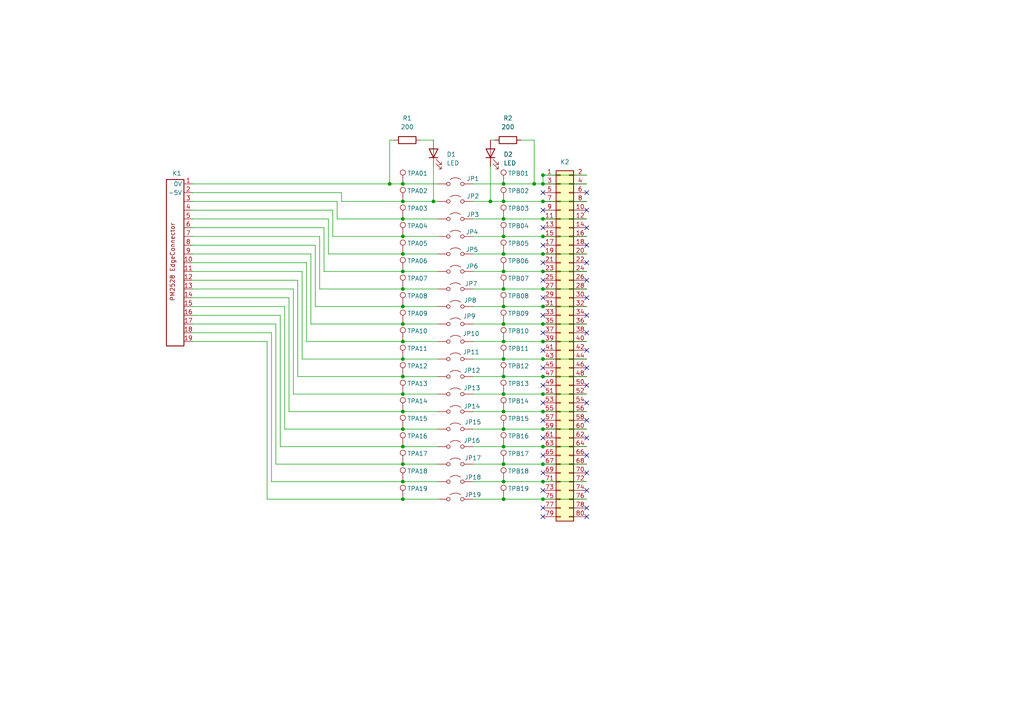
<source format=kicad_sch>
(kicad_sch (version 20231120) (generator "eeschema") (generator_version "8.0")
  (paper "A4")
  (title_block (title "PM2528 - Plugincard Riser") (date "2024-08-14") (rev "1.0") (company "D. Kupers"))
  (lib_symbols
    (symbol "Connector:TestPoint" (pin_numbers hide) (pin_names (offset 0.762) hide)
      (property "Reference" "TP" (at 0 6.858 0))
      (property "Value" "TestPoint" (at 0 5.08 0))
      (symbol "TestPoint_0_1"
        (circle (center 0 3.302) (radius 0.762))
      )
      (symbol "TestPoint_1_1"
        (pin passive line (at 0 0 90) (length 2.54) (name "1") (number "1"))
      )
    )
    (symbol "Connector_Generic:Conn_02x40_Odd_Even" (pin_names (offset 1.016) hide)
      (property "Reference" "J" (at 1.27 50.8 0))
      (property "Value" "Conn_02x40_Odd_Even" (at 1.27 -53.34 0))
      (symbol "Conn_02x40_Odd_Even_1_1"
        (rectangle (start -1.27 -50.673) (end 0 -50.927) (stroke (width 0.1524)))
        (rectangle (start -1.27 -48.133) (end 0 -48.387) (stroke (width 0.1524)))
        (rectangle (start -1.27 -45.593) (end 0 -45.847) (stroke (width 0.1524)))
        (rectangle (start -1.27 -43.053) (end 0 -43.307) (stroke (width 0.1524)))
        (rectangle (start -1.27 -40.513) (end 0 -40.767) (stroke (width 0.1524)))
        (rectangle (start -1.27 -37.973) (end 0 -38.227) (stroke (width 0.1524)))
        (rectangle (start -1.27 -35.433) (end 0 -35.687) (stroke (width 0.1524)))
        (rectangle (start -1.27 -32.893) (end 0 -33.147) (stroke (width 0.1524)))
        (rectangle (start -1.27 -30.353) (end 0 -30.607) (stroke (width 0.1524)))
        (rectangle (start -1.27 -27.813) (end 0 -28.067) (stroke (width 0.1524)))
        (rectangle (start -1.27 -25.273) (end 0 -25.527) (stroke (width 0.1524)))
        (rectangle (start -1.27 -22.733) (end 0 -22.987) (stroke (width 0.1524)))
        (rectangle (start -1.27 -20.193) (end 0 -20.447) (stroke (width 0.1524)))
        (rectangle (start -1.27 -17.653) (end 0 -17.907) (stroke (width 0.1524)))
        (rectangle (start -1.27 -15.113) (end 0 -15.367) (stroke (width 0.1524)))
        (rectangle (start -1.27 -12.573) (end 0 -12.827) (stroke (width 0.1524)))
        (rectangle (start -1.27 -10.033) (end 0 -10.287) (stroke (width 0.1524)))
        (rectangle (start -1.27 -7.493) (end 0 -7.747) (stroke (width 0.1524)))
        (rectangle (start -1.27 -4.953) (end 0 -5.207) (stroke (width 0.1524)))
        (rectangle (start -1.27 -2.413) (end 0 -2.667) (stroke (width 0.1524)))
        (rectangle (start -1.27 0.127) (end 0 -0.127) (stroke (width 0.1524)))
        (rectangle (start -1.27 2.667) (end 0 2.413) (stroke (width 0.1524)))
        (rectangle (start -1.27 5.207) (end 0 4.953) (stroke (width 0.1524)))
        (rectangle (start -1.27 7.747) (end 0 7.493) (stroke (width 0.1524)))
        (rectangle (start -1.27 10.287) (end 0 10.033) (stroke (width 0.1524)))
        (rectangle (start -1.27 12.827) (end 0 12.573) (stroke (width 0.1524)))
        (rectangle (start -1.27 15.367) (end 0 15.113) (stroke (width 0.1524)))
        (rectangle (start -1.27 17.907) (end 0 17.653) (stroke (width 0.1524)))
        (rectangle (start -1.27 20.447) (end 0 20.193) (stroke (width 0.1524)))
        (rectangle (start -1.27 22.987) (end 0 22.733) (stroke (width 0.1524)))
        (rectangle (start -1.27 25.527) (end 0 25.273) (stroke (width 0.1524)))
        (rectangle (start -1.27 28.067) (end 0 27.813) (stroke (width 0.1524)))
        (rectangle (start -1.27 30.607) (end 0 30.353) (stroke (width 0.1524)))
        (rectangle (start -1.27 33.147) (end 0 32.893) (stroke (width 0.1524)))
        (rectangle (start -1.27 35.687) (end 0 35.433) (stroke (width 0.1524)))
        (rectangle (start -1.27 38.227) (end 0 37.973) (stroke (width 0.1524)))
        (rectangle (start -1.27 40.767) (end 0 40.513) (stroke (width 0.1524)))
        (rectangle (start -1.27 43.307) (end 0 43.053) (stroke (width 0.1524)))
        (rectangle (start -1.27 45.847) (end 0 45.593) (stroke (width 0.1524)))
        (rectangle (start -1.27 48.387) (end 0 48.133) (stroke (width 0.1524)))
        (rectangle (start -1.27 49.53) (end 3.81 -52.07) (stroke (width 0.254)) (fill (type background)))
        (rectangle (start 3.81 -50.673) (end 2.54 -50.927) (stroke (width 0.1524)))
        (rectangle (start 3.81 -48.133) (end 2.54 -48.387) (stroke (width 0.1524)))
        (rectangle (start 3.81 -45.593) (end 2.54 -45.847) (stroke (width 0.1524)))
        (rectangle (start 3.81 -43.053) (end 2.54 -43.307) (stroke (width 0.1524)))
        (rectangle (start 3.81 -40.513) (end 2.54 -40.767) (stroke (width 0.1524)))
        (rectangle (start 3.81 -37.973) (end 2.54 -38.227) (stroke (width 0.1524)))
        (rectangle (start 3.81 -35.433) (end 2.54 -35.687) (stroke (width 0.1524)))
        (rectangle (start 3.81 -32.893) (end 2.54 -33.147) (stroke (width 0.1524)))
        (rectangle (start 3.81 -30.353) (end 2.54 -30.607) (stroke (width 0.1524)))
        (rectangle (start 3.81 -27.813) (end 2.54 -28.067) (stroke (width 0.1524)))
        (rectangle (start 3.81 -25.273) (end 2.54 -25.527) (stroke (width 0.1524)))
        (rectangle (start 3.81 -22.733) (end 2.54 -22.987) (stroke (width 0.1524)))
        (rectangle (start 3.81 -20.193) (end 2.54 -20.447) (stroke (width 0.1524)))
        (rectangle (start 3.81 -17.653) (end 2.54 -17.907) (stroke (width 0.1524)))
        (rectangle (start 3.81 -15.113) (end 2.54 -15.367) (stroke (width 0.1524)))
        (rectangle (start 3.81 -12.573) (end 2.54 -12.827) (stroke (width 0.1524)))
        (rectangle (start 3.81 -10.033) (end 2.54 -10.287) (stroke (width 0.1524)))
        (rectangle (start 3.81 -7.493) (end 2.54 -7.747) (stroke (width 0.1524)))
        (rectangle (start 3.81 -4.953) (end 2.54 -5.207) (stroke (width 0.1524)))
        (rectangle (start 3.81 -2.413) (end 2.54 -2.667) (stroke (width 0.1524)))
        (rectangle (start 3.81 0.127) (end 2.54 -0.127) (stroke (width 0.1524)))
        (rectangle (start 3.81 2.667) (end 2.54 2.413) (stroke (width 0.1524)))
        (rectangle (start 3.81 5.207) (end 2.54 4.953) (stroke (width 0.1524)))
        (rectangle (start 3.81 7.747) (end 2.54 7.493) (stroke (width 0.1524)))
        (rectangle (start 3.81 10.287) (end 2.54 10.033) (stroke (width 0.1524)))
        (rectangle (start 3.81 12.827) (end 2.54 12.573) (stroke (width 0.1524)))
        (rectangle (start 3.81 15.367) (end 2.54 15.113) (stroke (width 0.1524)))
        (rectangle (start 3.81 17.907) (end 2.54 17.653) (stroke (width 0.1524)))
        (rectangle (start 3.81 20.447) (end 2.54 20.193) (stroke (width 0.1524)))
        (rectangle (start 3.81 22.987) (end 2.54 22.733) (stroke (width 0.1524)))
        (rectangle (start 3.81 25.527) (end 2.54 25.273) (stroke (width 0.1524)))
        (rectangle (start 3.81 28.067) (end 2.54 27.813) (stroke (width 0.1524)))
        (rectangle (start 3.81 30.607) (end 2.54 30.353) (stroke (width 0.1524)))
        (rectangle (start 3.81 33.147) (end 2.54 32.893) (stroke (width 0.1524)))
        (rectangle (start 3.81 35.687) (end 2.54 35.433) (stroke (width 0.1524)))
        (rectangle (start 3.81 38.227) (end 2.54 37.973) (stroke (width 0.1524)))
        (rectangle (start 3.81 40.767) (end 2.54 40.513) (stroke (width 0.1524)))
        (rectangle (start 3.81 43.307) (end 2.54 43.053) (stroke (width 0.1524)))
        (rectangle (start 3.81 45.847) (end 2.54 45.593) (stroke (width 0.1524)))
        (rectangle (start 3.81 48.387) (end 2.54 48.133) (stroke (width 0.1524)))
        (pin passive line (at -5.08 48.26 0) (length 3.81) (name "Pin_1") (number "1"))
        (pin passive line (at 7.62 38.1 180) (length 3.81) (name "Pin_10") (number "10"))
        (pin passive line (at -5.08 35.56 0) (length 3.81) (name "Pin_11") (number "11"))
        (pin passive line (at 7.62 35.56 180) (length 3.81) (name "Pin_12") (number "12"))
        (pin passive line (at -5.08 33.02 0) (length 3.81) (name "Pin_13") (number "13"))
        (pin passive line (at 7.62 33.02 180) (length 3.81) (name "Pin_14") (number "14"))
        (pin passive line (at -5.08 30.48 0) (length 3.81) (name "Pin_15") (number "15"))
        (pin passive line (at 7.62 30.48 180) (length 3.81) (name "Pin_16") (number "16"))
        (pin passive line (at -5.08 27.94 0) (length 3.81) (name "Pin_17") (number "17"))
        (pin passive line (at 7.62 27.94 180) (length 3.81) (name "Pin_18") (number "18"))
        (pin passive line (at -5.08 25.4 0) (length 3.81) (name "Pin_19") (number "19"))
        (pin passive line (at 7.62 48.26 180) (length 3.81) (name "Pin_2") (number "2"))
        (pin passive line (at 7.62 25.4 180) (length 3.81) (name "Pin_20") (number "20"))
        (pin passive line (at -5.08 22.86 0) (length 3.81) (name "Pin_21") (number "21"))
        (pin passive line (at 7.62 22.86 180) (length 3.81) (name "Pin_22") (number "22"))
        (pin passive line (at -5.08 20.32 0) (length 3.81) (name "Pin_23") (number "23"))
        (pin passive line (at 7.62 20.32 180) (length 3.81) (name "Pin_24") (number "24"))
        (pin passive line (at -5.08 17.78 0) (length 3.81) (name "Pin_25") (number "25"))
        (pin passive line (at 7.62 17.78 180) (length 3.81) (name "Pin_26") (number "26"))
        (pin passive line (at -5.08 15.24 0) (length 3.81) (name "Pin_27") (number "27"))
        (pin passive line (at 7.62 15.24 180) (length 3.81) (name "Pin_28") (number "28"))
        (pin passive line (at -5.08 12.7 0) (length 3.81) (name "Pin_29") (number "29"))
        (pin passive line (at -5.08 45.72 0) (length 3.81) (name "Pin_3") (number "3"))
        (pin passive line (at 7.62 12.7 180) (length 3.81) (name "Pin_30") (number "30"))
        (pin passive line (at -5.08 10.16 0) (length 3.81) (name "Pin_31") (number "31"))
        (pin passive line (at 7.62 10.16 180) (length 3.81) (name "Pin_32") (number "32"))
        (pin passive line (at -5.08 7.62 0) (length 3.81) (name "Pin_33") (number "33"))
        (pin passive line (at 7.62 7.62 180) (length 3.81) (name "Pin_34") (number "34"))
        (pin passive line (at -5.08 5.08 0) (length 3.81) (name "Pin_35") (number "35"))
        (pin passive line (at 7.62 5.08 180) (length 3.81) (name "Pin_36") (number "36"))
        (pin passive line (at -5.08 2.54 0) (length 3.81) (name "Pin_37") (number "37"))
        (pin passive line (at 7.62 2.54 180) (length 3.81) (name "Pin_38") (number "38"))
        (pin passive line (at -5.08 0 0) (length 3.81) (name "Pin_39") (number "39"))
        (pin passive line (at 7.62 45.72 180) (length 3.81) (name "Pin_4") (number "4"))
        (pin passive line (at 7.62 0 180) (length 3.81) (name "Pin_40") (number "40"))
        (pin passive line (at -5.08 -2.54 0) (length 3.81) (name "Pin_41") (number "41"))
        (pin passive line (at 7.62 -2.54 180) (length 3.81) (name "Pin_42") (number "42"))
        (pin passive line (at -5.08 -5.08 0) (length 3.81) (name "Pin_43") (number "43"))
        (pin passive line (at 7.62 -5.08 180) (length 3.81) (name "Pin_44") (number "44"))
        (pin passive line (at -5.08 -7.62 0) (length 3.81) (name "Pin_45") (number "45"))
        (pin passive line (at 7.62 -7.62 180) (length 3.81) (name "Pin_46") (number "46"))
        (pin passive line (at -5.08 -10.16 0) (length 3.81) (name "Pin_47") (number "47"))
        (pin passive line (at 7.62 -10.16 180) (length 3.81) (name "Pin_48") (number "48"))
        (pin passive line (at -5.08 -12.7 0) (length 3.81) (name "Pin_49") (number "49"))
        (pin passive line (at -5.08 43.18 0) (length 3.81) (name "Pin_5") (number "5"))
        (pin passive line (at 7.62 -12.7 180) (length 3.81) (name "Pin_50") (number "50"))
        (pin passive line (at -5.08 -15.24 0) (length 3.81) (name "Pin_51") (number "51"))
        (pin passive line (at 7.62 -15.24 180) (length 3.81) (name "Pin_52") (number "52"))
        (pin passive line (at -5.08 -17.78 0) (length 3.81) (name "Pin_53") (number "53"))
        (pin passive line (at 7.62 -17.78 180) (length 3.81) (name "Pin_54") (number "54"))
        (pin passive line (at -5.08 -20.32 0) (length 3.81) (name "Pin_55") (number "55"))
        (pin passive line (at 7.62 -20.32 180) (length 3.81) (name "Pin_56") (number "56"))
        (pin passive line (at -5.08 -22.86 0) (length 3.81) (name "Pin_57") (number "57"))
        (pin passive line (at 7.62 -22.86 180) (length 3.81) (name "Pin_58") (number "58"))
        (pin passive line (at -5.08 -25.4 0) (length 3.81) (name "Pin_59") (number "59"))
        (pin passive line (at 7.62 43.18 180) (length 3.81) (name "Pin_6") (number "6"))
        (pin passive line (at 7.62 -25.4 180) (length 3.81) (name "Pin_60") (number "60"))
        (pin passive line (at -5.08 -27.94 0) (length 3.81) (name "Pin_61") (number "61"))
        (pin passive line (at 7.62 -27.94 180) (length 3.81) (name "Pin_62") (number "62"))
        (pin passive line (at -5.08 -30.48 0) (length 3.81) (name "Pin_63") (number "63"))
        (pin passive line (at 7.62 -30.48 180) (length 3.81) (name "Pin_64") (number "64"))
        (pin passive line (at -5.08 -33.02 0) (length 3.81) (name "Pin_65") (number "65"))
        (pin passive line (at 7.62 -33.02 180) (length 3.81) (name "Pin_66") (number "66"))
        (pin passive line (at -5.08 -35.56 0) (length 3.81) (name "Pin_67") (number "67"))
        (pin passive line (at 7.62 -35.56 180) (length 3.81) (name "Pin_68") (number "68"))
        (pin passive line (at -5.08 -38.1 0) (length 3.81) (name "Pin_69") (number "69"))
        (pin passive line (at -5.08 40.64 0) (length 3.81) (name "Pin_7") (number "7"))
        (pin passive line (at 7.62 -38.1 180) (length 3.81) (name "Pin_70") (number "70"))
        (pin passive line (at -5.08 -40.64 0) (length 3.81) (name "Pin_71") (number "71"))
        (pin passive line (at 7.62 -40.64 180) (length 3.81) (name "Pin_72") (number "72"))
        (pin passive line (at -5.08 -43.18 0) (length 3.81) (name "Pin_73") (number "73"))
        (pin passive line (at 7.62 -43.18 180) (length 3.81) (name "Pin_74") (number "74"))
        (pin passive line (at -5.08 -45.72 0) (length 3.81) (name "Pin_75") (number "75"))
        (pin passive line (at 7.62 -45.72 180) (length 3.81) (name "Pin_76") (number "76"))
        (pin passive line (at -5.08 -48.26 0) (length 3.81) (name "Pin_77") (number "77"))
        (pin passive line (at 7.62 -48.26 180) (length 3.81) (name "Pin_78") (number "78"))
        (pin passive line (at -5.08 -50.8 0) (length 3.81) (name "Pin_79") (number "79"))
        (pin passive line (at 7.62 40.64 180) (length 3.81) (name "Pin_8") (number "8"))
        (pin passive line (at 7.62 -50.8 180) (length 3.81) (name "Pin_80") (number "80"))
        (pin passive line (at -5.08 38.1 0) (length 3.81) (name "Pin_9") (number "9"))
      )
    )
    (symbol "Device:LED" (pin_numbers hide) (pin_names (offset 1.016) hide)
      (property "Reference" "D" (at 0 2.54 0))
      (property "Value" "LED" (at 0 -2.54 0))
      (symbol "LED_0_1"
        (polyline (pts (xy -1.27 -1.27) (xy -1.27 1.27)) (stroke (width 0.254)))
        (polyline (pts (xy -1.27 0) (xy 1.27 0)))
        (polyline (pts (xy 1.27 -1.27) (xy 1.27 1.27) (xy -1.27 0) (xy 1.27 -1.27)) (stroke (width 0.254)))
        (polyline (pts (xy -3.048 -0.762) (xy -4.572 -2.286) (xy -3.81 -2.286) (xy -4.572 -2.286) (xy -4.572 -1.524)))
        (polyline (pts (xy -1.778 -0.762) (xy -3.302 -2.286) (xy -2.54 -2.286) (xy -3.302 -2.286) (xy -3.302 -1.524)))
      )
      (symbol "LED_1_1"
        (pin passive line (at -3.81 0 0) (length 2.54) (name "K") (number "1"))
        (pin passive line (at 3.81 0 180) (length 2.54) (name "A") (number "2"))
      )
    )
    (symbol "Device:R" (pin_numbers hide) (pin_names (offset 0))
      (property "Reference" "R" (at 2.032 0 90))
      (property "Value" "R" (at 0 0 90))
      (symbol "R_0_1"
        (rectangle (start -1.016 -2.54) (end 1.016 2.54) (stroke (width 0.254)))
      )
      (symbol "R_1_1"
        (pin passive line (at 0 3.81 270) (length 1.27) (name "~") (number "1"))
        (pin passive line (at 0 -3.81 90) (length 1.27) (name "~") (number "2"))
      )
    )
    (symbol "Jumper:Jumper_2_Open" (pin_numbers hide) (pin_names (offset 0) hide) (exclude_from_sim yes)
      (property "Reference" "JP" (at 0 2.794 0))
      (property "Value" "Jumper_2_Open" (at 0 -2.286 0))
      (symbol "Jumper_2_Open_0_0"
        (circle (center -2.032 0) (radius 0.508))
        (circle (center 2.032 0) (radius 0.508))
      )
      (symbol "Jumper_2_Open_0_1"
        (arc (start 1.524 1.27) (mid 0 1.778) (end -1.524 1.27))
      )
      (symbol "Jumper_2_Open_1_1"
        (pin passive line (at -5.08 0 0) (length 2.54) (name "A") (number "1"))
        (pin passive line (at 5.08 0 180) (length 2.54) (name "B") (number "2"))
      )
    )
    (symbol "_PhilipsPM2528DMM:PCBEdge_Plugincard"
      (property "Reference" "K" (at -0.508 25.4 0))
      (symbol "PCBEdge_Plugincard_1_1"
        (rectangle (start -2.54 24.13) (end 2.54 -24.13) (stroke (width 0.254)))
        (text "PM2528 EdgeConnector" (at -0.762 0.254 900) (effects (font (size 1.27 1.27))))
        (pin passive line (at 5.08 22.86 180) (length 2.54) (name "0V") (number "1"))
        (pin passive line (at 5.08 0 180) (length 2.54) (name "") (number "10"))
        (pin passive line (at 5.08 -2.54 180) (length 2.54) (name "") (number "11"))
        (pin passive line (at 5.08 -5.08 180) (length 2.54) (name "") (number "12"))
        (pin passive line (at 5.08 -7.62 180) (length 2.54) (name "") (number "13"))
        (pin passive line (at 5.08 -10.16 180) (length 2.54) (name "") (number "14"))
        (pin passive line (at 5.08 -12.7 180) (length 2.54) (name "") (number "15"))
        (pin passive line (at 5.08 -15.24 180) (length 2.54) (name "") (number "16"))
        (pin passive line (at 5.08 -17.78 180) (length 2.54) (name "") (number "17"))
        (pin passive line (at 5.08 -20.32 180) (length 2.54) (name "") (number "18"))
        (pin passive line (at 5.08 -22.86 180) (length 2.54) (name "") (number "19"))
        (pin passive line (at 5.08 20.32 180) (length 2.54) (name "-5V") (number "2"))
        (pin passive line (at 5.08 17.78 180) (length 2.54) (name "") (number "3"))
        (pin passive line (at 5.08 15.24 180) (length 2.54) (name "") (number "4"))
        (pin passive line (at 5.08 12.7 180) (length 2.54) (name "") (number "5"))
        (pin passive line (at 5.08 10.16 180) (length 2.54) (name "") (number "6"))
        (pin passive line (at 5.08 7.62 180) (length 2.54) (name "") (number "7"))
        (pin passive line (at 5.08 5.08 180) (length 2.54) (name "") (number "8"))
        (pin passive line (at 5.08 2.54 180) (length 2.54) (name "") (number "9"))
      )
    )
  )
  (junction (at 157.48 58.42))
  (junction (at 116.84 124.46))
  (junction (at 157.48 73.66))
  (junction (at 146.05 73.66))
  (junction (at 116.84 78.74))
  (junction (at 116.84 73.66))
  (junction (at 157.48 139.7))
  (junction (at 146.05 144.78))
  (junction (at 116.84 104.14))
  (junction (at 146.05 104.14))
  (junction (at 157.48 114.3))
  (junction (at 146.05 109.22))
  (junction (at 146.05 93.98))
  (junction (at 146.05 134.62))
  (junction (at 146.05 139.7))
  (junction (at 146.05 88.9))
  (junction (at 146.05 58.42))
  (junction (at 113.03 53.34))
  (junction (at 157.48 129.54))
  (junction (at 146.05 68.58))
  (junction (at 146.05 63.5))
  (junction (at 157.48 134.62))
  (junction (at 116.84 58.42))
  (junction (at 146.05 53.34))
  (junction (at 157.48 104.14))
  (junction (at 116.84 68.58))
  (junction (at 157.48 124.46))
  (junction (at 157.48 53.34))
  (junction (at 116.84 53.34))
  (junction (at 116.84 144.78))
  (junction (at 116.84 83.82))
  (junction (at 125.73 58.42))
  (junction (at 116.84 99.06))
  (junction (at 116.84 109.22))
  (junction (at 157.48 68.58))
  (junction (at 146.05 83.82))
  (junction (at 146.05 78.74))
  (junction (at 116.84 114.3))
  (junction (at 157.48 93.98))
  (junction (at 157.48 119.38))
  (junction (at 116.84 93.98))
  (junction (at 157.48 63.5))
  (junction (at 116.84 134.62))
  (junction (at 157.48 109.22))
  (junction (at 157.48 144.78))
  (junction (at 157.48 99.06))
  (junction (at 116.84 88.9))
  (junction (at 157.48 78.74))
  (junction (at 116.84 129.54))
  (junction (at 146.05 129.54))
  (junction (at 146.05 114.3))
  (junction (at 146.05 99.06))
  (junction (at 116.84 119.38))
  (junction (at 157.48 50.8))
  (junction (at 116.84 139.7))
  (junction (at 157.48 88.9))
  (junction (at 157.48 83.82))
  (junction (at 146.05 124.46))
  (junction (at 116.84 63.5))
  (junction (at 142.24 58.42))
  (junction (at 154.94 53.34))
  (junction (at 146.05 119.38))
  (no_connect (at 170.18 55.88))
  (no_connect (at 157.48 101.6))
  (no_connect (at 170.18 106.68))
  (no_connect (at 157.48 116.84))
  (no_connect (at 157.48 86.36))
  (no_connect (at 157.48 147.32))
  (no_connect (at 170.18 66.04))
  (no_connect (at 157.48 121.92))
  (no_connect (at 170.18 71.12))
  (no_connect (at 170.18 137.16))
  (no_connect (at 170.18 116.84))
  (no_connect (at 157.48 76.2))
  (no_connect (at 170.18 81.28))
  (no_connect (at 157.48 127))
  (no_connect (at 157.48 96.52))
  (no_connect (at 170.18 91.44))
  (no_connect (at 157.48 132.08))
  (no_connect (at 170.18 76.2))
  (no_connect (at 170.18 142.24))
  (no_connect (at 170.18 111.76))
  (no_connect (at 157.48 66.04))
  (no_connect (at 157.48 111.76))
  (no_connect (at 170.18 149.86))
  (no_connect (at 170.18 96.52))
  (no_connect (at 157.48 71.12))
  (no_connect (at 170.18 132.08))
  (no_connect (at 170.18 147.32))
  (no_connect (at 157.48 55.88))
  (no_connect (at 170.18 60.96))
  (no_connect (at 157.48 60.96))
  (no_connect (at 170.18 101.6))
  (no_connect (at 157.48 106.68))
  (no_connect (at 170.18 121.92))
  (no_connect (at 157.48 81.28))
  (no_connect (at 157.48 142.24))
  (no_connect (at 170.18 86.36))
  (no_connect (at 157.48 149.86))
  (no_connect (at 170.18 127))
  (no_connect (at 157.48 91.44))
  (no_connect (at 157.48 137.16))
  (wire (pts (xy 88.9 99.06) (xy 116.84 99.06)))
  (wire (pts (xy 157.48 88.9) (xy 170.18 88.9)))
  (wire (pts (xy 86.36 109.22) (xy 86.36 81.28)))
  (wire (pts (xy 86.36 109.22) (xy 116.84 109.22)))
  (wire (pts (xy 116.84 73.66) (xy 127 73.66)))
  (wire (pts (xy 137.16 88.9) (xy 146.05 88.9)))
  (wire (pts (xy 170.18 139.7) (xy 157.48 139.7)))
  (wire (pts (xy 90.17 93.98) (xy 116.84 93.98)))
  (wire (pts (xy 146.05 73.66) (xy 157.48 73.66)))
  (wire (pts (xy 170.18 114.3) (xy 157.48 114.3)))
  (wire (pts (xy 87.63 78.74) (xy 55.88 78.74)))
  (wire (pts (xy 137.16 93.98) (xy 146.05 93.98)))
  (wire (pts (xy 116.84 129.54) (xy 127 129.54)))
  (wire (pts (xy 95.25 63.5) (xy 55.88 63.5)))
  (wire (pts (xy 116.84 99.06) (xy 127 99.06)))
  (wire (pts (xy 92.71 68.58) (xy 55.88 68.58)))
  (wire (pts (xy 137.16 99.06) (xy 146.05 99.06)))
  (wire (pts (xy 146.05 124.46) (xy 157.48 124.46)))
  (wire (pts (xy 157.48 58.42) (xy 170.18 58.42)))
  (wire (pts (xy 87.63 78.74) (xy 87.63 104.14)))
  (wire (pts (xy 157.48 119.38) (xy 170.18 119.38)))
  (wire (pts (xy 157.48 68.58) (xy 170.18 68.58)))
  (wire (pts (xy 154.94 53.34) (xy 157.48 53.34)))
  (wire (pts (xy 97.79 58.42) (xy 55.88 58.42)))
  (wire (pts (xy 96.52 60.96) (xy 55.88 60.96)))
  (wire (pts (xy 157.48 134.62) (xy 170.18 134.62)))
  (wire (pts (xy 116.84 83.82) (xy 127 83.82)))
  (wire (pts (xy 116.84 119.38) (xy 127 119.38)))
  (wire (pts (xy 146.05 119.38) (xy 157.48 119.38)))
  (wire (pts (xy 146.05 88.9) (xy 157.48 88.9)))
  (wire (pts (xy 78.74 139.7) (xy 116.84 139.7)))
  (wire (pts (xy 137.16 73.66) (xy 146.05 73.66)))
  (wire (pts (xy 97.79 63.5) (xy 116.84 63.5)))
  (wire (pts (xy 116.84 88.9) (xy 127 88.9)))
  (wire (pts (xy 137.16 83.82) (xy 146.05 83.82)))
  (wire (pts (xy 90.17 73.66) (xy 55.88 73.66)))
  (wire (pts (xy 142.24 58.42) (xy 146.05 58.42)))
  (wire (pts (xy 157.48 144.78) (xy 170.18 144.78)))
  (wire (pts (xy 157.48 63.5) (xy 170.18 63.5)))
  (wire (pts (xy 146.05 139.7) (xy 157.48 139.7)))
  (wire (pts (xy 157.48 50.8) (xy 170.18 50.8)))
  (wire (pts (xy 137.16 104.14) (xy 146.05 104.14)))
  (wire (pts (xy 137.16 144.78) (xy 146.05 144.78)))
  (wire (pts (xy 142.24 48.26) (xy 142.24 58.42)))
  (wire (pts (xy 157.48 93.98) (xy 170.18 93.98)))
  (wire (pts (xy 137.16 119.38) (xy 146.05 119.38)))
  (wire (pts (xy 146.05 129.54) (xy 157.48 129.54)))
  (wire (pts (xy 146.05 104.14) (xy 157.48 104.14)))
  (wire (pts (xy 125.73 58.42) (xy 127 58.42)))
  (wire (pts (xy 91.44 88.9) (xy 116.84 88.9)))
  (wire (pts (xy 85.09 114.3) (xy 85.09 83.82)))
  (wire (pts (xy 86.36 81.28) (xy 55.88 81.28)))
  (wire (pts (xy 146.05 109.22) (xy 157.48 109.22)))
  (wire (pts (xy 91.44 71.12) (xy 55.88 71.12)))
  (wire (pts (xy 77.47 144.78) (xy 116.84 144.78)))
  (wire (pts (xy 83.82 119.38) (xy 83.82 86.36)))
  (wire (pts (xy 137.16 63.5) (xy 146.05 63.5)))
  (wire (pts (xy 137.16 68.58) (xy 146.05 68.58)))
  (wire (pts (xy 116.84 68.58) (xy 127 68.58)))
  (wire (pts (xy 170.18 129.54) (xy 157.48 129.54)))
  (wire (pts (xy 116.84 124.46) (xy 127 124.46)))
  (wire (pts (xy 113.03 40.64) (xy 113.03 53.34)))
  (wire (pts (xy 77.47 99.06) (xy 55.88 99.06)))
  (wire (pts (xy 146.05 99.06) (xy 157.48 99.06)))
  (wire (pts (xy 99.06 55.88) (xy 99.06 58.42)))
  (wire (pts (xy 81.28 129.54) (xy 81.28 91.44)))
  (wire (pts (xy 116.84 78.74) (xy 127 78.74)))
  (wire (pts (xy 93.98 66.04) (xy 93.98 78.74)))
  (wire (pts (xy 82.55 88.9) (xy 55.88 88.9)))
  (wire (pts (xy 116.84 58.42) (xy 125.73 58.42)))
  (wire (pts (xy 78.74 139.7) (xy 78.74 96.52)))
  (wire (pts (xy 116.84 139.7) (xy 127 139.7)))
  (wire (pts (xy 157.48 50.8) (xy 157.48 53.34)))
  (wire (pts (xy 170.18 73.66) (xy 157.48 73.66)))
  (wire (pts (xy 113.03 53.34) (xy 116.84 53.34)))
  (wire (pts (xy 80.01 134.62) (xy 80.01 93.98)))
  (wire (pts (xy 116.84 93.98) (xy 127 93.98)))
  (wire (pts (xy 85.09 83.82) (xy 55.88 83.82)))
  (wire (pts (xy 137.16 58.42) (xy 142.24 58.42)))
  (wire (pts (xy 93.98 78.74) (xy 116.84 78.74)))
  (wire (pts (xy 78.74 96.52) (xy 55.88 96.52)))
  (wire (pts (xy 93.98 66.04) (xy 55.88 66.04)))
  (wire (pts (xy 121.92 40.64) (xy 125.73 40.64)))
  (wire (pts (xy 157.48 78.74) (xy 170.18 78.74)))
  (wire (pts (xy 87.63 104.14) (xy 116.84 104.14)))
  (wire (pts (xy 85.09 114.3) (xy 116.84 114.3)))
  (wire (pts (xy 157.48 109.22) (xy 170.18 109.22)))
  (wire (pts (xy 55.88 53.34) (xy 113.03 53.34)))
  (wire (pts (xy 137.16 124.46) (xy 146.05 124.46)))
  (wire (pts (xy 146.05 134.62) (xy 157.48 134.62)))
  (wire (pts (xy 80.01 93.98) (xy 55.88 93.98)))
  (wire (pts (xy 88.9 76.2) (xy 55.88 76.2)))
  (wire (pts (xy 96.52 60.96) (xy 96.52 68.58)))
  (wire (pts (xy 91.44 71.12) (xy 91.44 88.9)))
  (wire (pts (xy 116.84 144.78) (xy 127 144.78)))
  (wire (pts (xy 80.01 134.62) (xy 116.84 134.62)))
  (wire (pts (xy 137.16 114.3) (xy 146.05 114.3)))
  (wire (pts (xy 137.16 134.62) (xy 146.05 134.62)))
  (wire (pts (xy 146.05 83.82) (xy 157.48 83.82)))
  (wire (pts (xy 116.84 104.14) (xy 127 104.14)))
  (wire (pts (xy 142.24 40.64) (xy 143.51 40.64)))
  (wire (pts (xy 157.48 124.46) (xy 170.18 124.46)))
  (wire (pts (xy 82.55 124.46) (xy 116.84 124.46)))
  (wire (pts (xy 137.16 78.74) (xy 146.05 78.74)))
  (wire (pts (xy 81.28 129.54) (xy 116.84 129.54)))
  (wire (pts (xy 137.16 139.7) (xy 146.05 139.7)))
  (wire (pts (xy 146.05 93.98) (xy 157.48 93.98)))
  (wire (pts (xy 96.52 68.58) (xy 116.84 68.58)))
  (wire (pts (xy 97.79 58.42) (xy 97.79 63.5)))
  (wire (pts (xy 146.05 68.58) (xy 157.48 68.58)))
  (wire (pts (xy 170.18 83.82) (xy 157.48 83.82)))
  (wire (pts (xy 116.84 63.5) (xy 127 63.5)))
  (wire (pts (xy 81.28 91.44) (xy 55.88 91.44)))
  (wire (pts (xy 154.94 40.64) (xy 154.94 53.34)))
  (wire (pts (xy 114.3 40.64) (xy 113.03 40.64)))
  (wire (pts (xy 88.9 76.2) (xy 88.9 99.06)))
  (wire (pts (xy 146.05 58.42) (xy 157.48 58.42)))
  (wire (pts (xy 137.16 129.54) (xy 146.05 129.54)))
  (wire (pts (xy 146.05 63.5) (xy 157.48 63.5)))
  (wire (pts (xy 137.16 53.34) (xy 146.05 53.34)))
  (wire (pts (xy 116.84 114.3) (xy 127 114.3)))
  (wire (pts (xy 151.13 40.64) (xy 154.94 40.64)))
  (wire (pts (xy 146.05 144.78) (xy 157.48 144.78)))
  (wire (pts (xy 99.06 55.88) (xy 55.88 55.88)))
  (wire (pts (xy 92.71 83.82) (xy 116.84 83.82)))
  (wire (pts (xy 99.06 58.42) (xy 116.84 58.42)))
  (wire (pts (xy 90.17 73.66) (xy 90.17 93.98)))
  (wire (pts (xy 82.55 124.46) (xy 82.55 88.9)))
  (wire (pts (xy 157.48 104.14) (xy 170.18 104.14)))
  (wire (pts (xy 170.18 99.06) (xy 157.48 99.06)))
  (wire (pts (xy 146.05 53.34) (xy 154.94 53.34)))
  (wire (pts (xy 116.84 109.22) (xy 127 109.22)))
  (wire (pts (xy 146.05 78.74) (xy 157.48 78.74)))
  (wire (pts (xy 83.82 86.36) (xy 55.88 86.36)))
  (wire (pts (xy 95.25 63.5) (xy 95.25 73.66)))
  (wire (pts (xy 146.05 114.3) (xy 157.48 114.3)))
  (wire (pts (xy 95.25 73.66) (xy 116.84 73.66)))
  (wire (pts (xy 77.47 144.78) (xy 77.47 99.06)))
  (wire (pts (xy 116.84 53.34) (xy 127 53.34)))
  (wire (pts (xy 83.82 119.38) (xy 116.84 119.38)))
  (wire (pts (xy 116.84 134.62) (xy 127 134.62)))
  (wire (pts (xy 92.71 68.58) (xy 92.71 83.82)))
  (wire (pts (xy 125.73 48.26) (xy 125.73 58.42)))
  (wire (pts (xy 137.16 109.22) (xy 146.05 109.22)))
  (wire (pts (xy 157.48 53.34) (xy 170.18 53.34)))
  (symbol (lib_id "Connector:TestPoint") (at 116.84 139.7 0) (unit 1)
    (property "Reference" "TPA18" (at 118.11 136.652 0) (effects (justify left)))
    (property "Value" "TestPoint" (effects (hide yes)))
    (property "Footprint" "TestPoint:TestPoint_THTPad_2.0x2.0mm_Drill1.0mm" (effects (hide yes)))
    (property "Description" "test point" (effects (hide yes)))
  )
  (symbol (lib_id "Connector:TestPoint") (at 116.84 78.74 0) (unit 1)
    (property "Reference" "TPA06" (at 118.11 75.692 0) (effects (justify left)))
    (property "Value" "TestPoint" (effects (hide yes)))
    (property "Footprint" "TestPoint:TestPoint_THTPad_2.0x2.0mm_Drill1.0mm" (effects (hide yes)))
    (property "Description" "test point" (effects (hide yes)))
  )
  (symbol (lib_id "Connector:TestPoint") (at 116.84 73.66 0) (unit 1)
    (property "Reference" "TPA05" (at 118.11 70.612 0) (effects (justify left)))
    (property "Value" "TestPoint" (effects (hide yes)))
    (property "Footprint" "TestPoint:TestPoint_THTPad_2.0x2.0mm_Drill1.0mm" (effects (hide yes)))
    (property "Description" "test point" (effects (hide yes)))
  )
  (symbol (lib_id "Connector:TestPoint") (at 146.05 114.3 0) (unit 1)
    (property "Reference" "TPB13" (at 147.32 111.252 0) (effects (justify left)))
    (property "Value" "TestPoint" (effects (hide yes)))
    (property "Footprint" "TestPoint:TestPoint_THTPad_2.0x2.0mm_Drill1.0mm" (effects (hide yes)))
    (property "Description" "test point" (effects (hide yes)))
  )
  (symbol (lib_id "Connector:TestPoint") (at 146.05 58.42 0) (unit 1)
    (property "Reference" "TPB02" (at 147.32 55.372 0) (effects (justify left)))
    (property "Value" "TestPoint" (effects (hide yes)))
    (property "Footprint" "TestPoint:TestPoint_THTPad_2.0x2.0mm_Drill1.0mm" (effects (hide yes)))
    (property "Description" "test point" (effects (hide yes)))
  )
  (symbol (lib_id "Connector:TestPoint") (at 116.84 124.46 0) (unit 1)
    (property "Reference" "TPA15" (at 118.11 121.412 0) (effects (justify left)))
    (property "Value" "TestPoint" (effects (hide yes)))
    (property "Footprint" "TestPoint:TestPoint_THTPad_2.0x2.0mm_Drill1.0mm" (effects (hide yes)))
    (property "Description" "test point" (effects (hide yes)))
  )
  (symbol (lib_id "Jumper:Jumper_2_Open") (at 132.08 124.46 0) (unit 1) (exclude_from_sim yes)
    (property "Reference" "JP15" (at 137.16 122.428 0))
    (property "Value" "Jumper_2_Open" (effects (hide yes)))
    (property "Footprint" "Connector_PinHeader_2.54mm:PinHeader_1x02_P2.54mm_Vertical" (effects (hide yes)))
    (property "Description" "Jumper, 2-pole, open" (effects (hide yes)))
  )
  (symbol (lib_id "Jumper:Jumper_2_Open") (at 132.08 78.74 0) (unit 1) (exclude_from_sim yes)
    (property "Reference" "JP6" (at 136.906 77.216 0))
    (property "Value" "Jumper_2_Open" (effects (hide yes)))
    (property "Footprint" "Connector_PinHeader_2.54mm:PinHeader_1x02_P2.54mm_Vertical" (effects (hide yes)))
    (property "Description" "Jumper, 2-pole, open" (effects (hide yes)))
  )
  (symbol (lib_id "Connector:TestPoint") (at 146.05 124.46 0) (unit 1)
    (property "Reference" "TPB15" (at 147.32 121.412 0) (effects (justify left)))
    (property "Value" "TestPoint" (effects (hide yes)))
    (property "Footprint" "TestPoint:TestPoint_THTPad_2.0x2.0mm_Drill1.0mm" (effects (hide yes)))
    (property "Description" "test point" (effects (hide yes)))
  )
  (symbol (lib_id "Jumper:Jumper_2_Open") (at 132.08 58.42 0) (unit 1) (exclude_from_sim yes)
    (property "Reference" "JP2" (at 137.16 56.896 0))
    (property "Value" "Jumper_2_Open" (effects (hide yes)))
    (property "Footprint" "Connector_PinHeader_2.54mm:PinHeader_1x02_P2.54mm_Vertical" (effects (hide yes)))
    (property "Description" "Jumper, 2-pole, open" (effects (hide yes)))
  )
  (symbol (lib_id "Jumper:Jumper_2_Open") (at 132.08 109.22 0) (unit 1) (exclude_from_sim yes)
    (property "Reference" "JP12" (at 136.906 107.442 0))
    (property "Value" "Jumper_2_Open" (effects (hide yes)))
    (property "Footprint" "Connector_PinHeader_2.54mm:PinHeader_1x02_P2.54mm_Vertical" (effects (hide yes)))
    (property "Description" "Jumper, 2-pole, open" (effects (hide yes)))
  )
  (symbol (lib_id "Connector:TestPoint") (at 146.05 78.74 0) (unit 1)
    (property "Reference" "TPB06" (at 147.32 75.692 0) (effects (justify left)))
    (property "Value" "TestPoint" (effects (hide yes)))
    (property "Footprint" "TestPoint:TestPoint_THTPad_2.0x2.0mm_Drill1.0mm" (effects (hide yes)))
    (property "Description" "test point" (effects (hide yes)))
  )
  (symbol (lib_id "Jumper:Jumper_2_Open") (at 132.08 73.66 0) (unit 1) (exclude_from_sim yes)
    (property "Reference" "JP5" (at 136.906 72.39 0))
    (property "Value" "Jumper_2_Open" (effects (hide yes)))
    (property "Footprint" "Connector_PinHeader_2.54mm:PinHeader_1x02_P2.54mm_Vertical" (effects (hide yes)))
    (property "Description" "Jumper, 2-pole, open" (effects (hide yes)))
  )
  (symbol (lib_id "Device:R") (at 118.11 40.64 90) (unit 1)
    (property "Reference" "R1" (at 118.11 34.29 90))
    (property "Value" "200" (at 118.11 36.83 90))
    (property "Footprint" "Resistor_SMD:R_0805_2012Metric_Pad1.20x1.40mm_HandSolder" (effects (hide yes)))
    (property "Description" "Resistor" (effects (hide yes)))
  )
  (symbol (lib_id "Connector:TestPoint") (at 146.05 99.06 0) (unit 1)
    (property "Reference" "TPB10" (at 147.32 96.012 0) (effects (justify left)))
    (property "Value" "TestPoint" (effects (hide yes)))
    (property "Footprint" "TestPoint:TestPoint_THTPad_2.0x2.0mm_Drill1.0mm" (effects (hide yes)))
    (property "Description" "test point" (effects (hide yes)))
  )
  (symbol (lib_id "Connector:TestPoint") (at 116.84 83.82 0) (unit 1)
    (property "Reference" "TPA07" (at 118.11 80.772 0) (effects (justify left)))
    (property "Value" "TestPoint" (effects (hide yes)))
    (property "Footprint" "TestPoint:TestPoint_THTPad_2.0x2.0mm_Drill1.0mm" (effects (hide yes)))
    (property "Description" "test point" (effects (hide yes)))
  )
  (symbol (lib_id "Jumper:Jumper_2_Open") (at 132.08 63.5 0) (unit 1) (exclude_from_sim yes)
    (property "Reference" "JP3" (at 137.16 62.23 0))
    (property "Value" "Jumper_2_Open" (effects (hide yes)))
    (property "Footprint" "Connector_PinHeader_2.54mm:PinHeader_1x02_P2.54mm_Vertical" (effects (hide yes)))
    (property "Description" "Jumper, 2-pole, open" (effects (hide yes)))
  )
  (symbol (lib_id "Jumper:Jumper_2_Open") (at 132.08 53.34 0) (unit 1) (exclude_from_sim yes)
    (property "Reference" "JP1" (at 137.16 51.816 0))
    (property "Value" "Jumper_2_Open" (effects (hide yes)))
    (property "Footprint" "Connector_PinHeader_2.54mm:PinHeader_1x02_P2.54mm_Vertical" (effects (hide yes)))
    (property "Description" "Jumper, 2-pole, open" (effects (hide yes)))
  )
  (symbol (lib_id "Connector:TestPoint") (at 146.05 88.9 0) (unit 1)
    (property "Reference" "TPB08" (at 147.32 85.852 0) (effects (justify left)))
    (property "Value" "TestPoint" (effects (hide yes)))
    (property "Footprint" "TestPoint:TestPoint_THTPad_2.0x2.0mm_Drill1.0mm" (effects (hide yes)))
    (property "Description" "test point" (effects (hide yes)))
  )
  (symbol (lib_id "Jumper:Jumper_2_Open") (at 132.08 99.06 0) (unit 1) (exclude_from_sim yes)
    (property "Reference" "JP10" (at 136.652 96.774 0))
    (property "Value" "Jumper_2_Open" (effects (hide yes)))
    (property "Footprint" "Connector_PinHeader_2.54mm:PinHeader_1x02_P2.54mm_Vertical" (effects (hide yes)))
    (property "Description" "Jumper, 2-pole, open" (effects (hide yes)))
  )
  (symbol (lib_id "Jumper:Jumper_2_Open") (at 132.08 134.62 0) (unit 1) (exclude_from_sim yes)
    (property "Reference" "JP17" (at 137.16 132.842 0))
    (property "Value" "Jumper_2_Open" (effects (hide yes)))
    (property "Footprint" "Connector_PinHeader_2.54mm:PinHeader_1x02_P2.54mm_Vertical" (effects (hide yes)))
    (property "Description" "Jumper, 2-pole, open" (effects (hide yes)))
  )
  (symbol (lib_id "Device:R") (at 147.32 40.64 90) (unit 1)
    (property "Reference" "R2" (at 147.32 34.29 90))
    (property "Value" "200" (at 147.32 36.83 90))
    (property "Footprint" "Resistor_SMD:R_0805_2012Metric_Pad1.20x1.40mm_HandSolder" (effects (hide yes)))
    (property "Description" "Resistor" (effects (hide yes)))
  )
  (symbol (lib_id "Jumper:Jumper_2_Open") (at 132.08 129.54 0) (unit 1) (exclude_from_sim yes)
    (property "Reference" "JP16" (at 136.906 127.762 0))
    (property "Value" "Jumper_2_Open" (effects (hide yes)))
    (property "Footprint" "Connector_PinHeader_2.54mm:PinHeader_1x02_P2.54mm_Vertical" (effects (hide yes)))
    (property "Description" "Jumper, 2-pole, open" (effects (hide yes)))
  )
  (symbol (lib_id "Jumper:Jumper_2_Open") (at 132.08 68.58 0) (unit 1) (exclude_from_sim yes)
    (property "Reference" "JP4" (at 136.906 67.31 0))
    (property "Value" "Jumper_2_Open" (effects (hide yes)))
    (property "Footprint" "Connector_PinHeader_2.54mm:PinHeader_1x02_P2.54mm_Vertical" (effects (hide yes)))
    (property "Description" "Jumper, 2-pole, open" (effects (hide yes)))
  )
  (symbol (lib_id "Connector:TestPoint") (at 116.84 53.34 0) (unit 1)
    (property "Reference" "TPA01" (at 118.11 50.292 0) (effects (justify left)))
    (property "Value" "TestPoint" (effects (hide yes)))
    (property "Footprint" "TestPoint:TestPoint_THTPad_2.0x2.0mm_Drill1.0mm" (effects (hide yes)))
    (property "Description" "test point" (effects (hide yes)))
  )
  (symbol (lib_id "Jumper:Jumper_2_Open") (at 132.08 119.38 0) (unit 1) (exclude_from_sim yes)
    (property "Reference" "JP14" (at 136.906 117.856 0))
    (property "Value" "Jumper_2_Open" (effects (hide yes)))
    (property "Footprint" "Connector_PinHeader_2.54mm:PinHeader_1x02_P2.54mm_Vertical" (effects (hide yes)))
    (property "Description" "Jumper, 2-pole, open" (effects (hide yes)))
  )
  (symbol (lib_id "Jumper:Jumper_2_Open") (at 132.08 104.14 0) (unit 1) (exclude_from_sim yes)
    (property "Reference" "JP11" (at 136.652 102.108 0))
    (property "Value" "Jumper_2_Open" (effects (hide yes)))
    (property "Footprint" "Connector_PinHeader_2.54mm:PinHeader_1x02_P2.54mm_Vertical" (effects (hide yes)))
    (property "Description" "Jumper, 2-pole, open" (effects (hide yes)))
  )
  (symbol (lib_id "Connector:TestPoint") (at 116.84 144.78 0) (unit 1)
    (property "Reference" "TPA19" (at 118.11 141.732 0) (effects (justify left)))
    (property "Value" "TestPoint" (effects (hide yes)))
    (property "Footprint" "TestPoint:TestPoint_THTPad_2.0x2.0mm_Drill1.0mm" (effects (hide yes)))
    (property "Description" "test point" (effects (hide yes)))
  )
  (symbol (lib_id "Jumper:Jumper_2_Open") (at 132.08 93.98 0) (unit 1) (exclude_from_sim yes)
    (property "Reference" "JP9" (at 136.144 91.694 0))
    (property "Value" "Jumper_2_Open" (effects (hide yes)))
    (property "Footprint" "Connector_PinHeader_2.54mm:PinHeader_1x02_P2.54mm_Vertical" (effects (hide yes)))
    (property "Description" "Jumper, 2-pole, open" (effects (hide yes)))
  )
  (symbol (lib_id "Device:LED") (at 142.24 44.45 90) (unit 1)
    (property "Reference" "D2" (at 146.05 44.7674 90) (effects (justify right)))
    (property "Value" "LED" (at 146.05 47.3074 90) (effects (justify right)))
    (property "Footprint" "LED_SMD:LED_0805_2012Metric" (effects (hide yes)))
    (property "Description" "Light emitting diode" (effects (hide yes)))
  )
  (symbol (lib_id "Connector:TestPoint") (at 146.05 144.78 0) (unit 1)
    (property "Reference" "TPB19" (at 147.32 141.732 0) (effects (justify left)))
    (property "Value" "TestPoint" (effects (hide yes)))
    (property "Footprint" "TestPoint:TestPoint_THTPad_2.0x2.0mm_Drill1.0mm" (effects (hide yes)))
    (property "Description" "test point" (effects (hide yes)))
  )
  (symbol (lib_id "Connector:TestPoint") (at 116.84 99.06 0) (unit 1)
    (property "Reference" "TPA10" (at 118.11 96.012 0) (effects (justify left)))
    (property "Value" "TestPoint" (effects (hide yes)))
    (property "Footprint" "TestPoint:TestPoint_THTPad_2.0x2.0mm_Drill1.0mm" (effects (hide yes)))
    (property "Description" "test point" (effects (hide yes)))
  )
  (symbol (lib_id "Connector:TestPoint") (at 146.05 109.22 0) (unit 1)
    (property "Reference" "TPB12" (at 147.32 106.172 0) (effects (justify left)))
    (property "Value" "TestPoint" (effects (hide yes)))
    (property "Footprint" "TestPoint:TestPoint_THTPad_2.0x2.0mm_Drill1.0mm" (effects (hide yes)))
    (property "Description" "test point" (effects (hide yes)))
  )
  (symbol (lib_id "_PhilipsPM2528DMM:PCBEdge_Plugincard") (at 50.8 76.2 0) (unit 1)
    (property "Reference" "K1" (at 51.308 50.292 0))
    (property "Footprint" "Philips_PM2528:PM2528_RiserCardConnector" (effects (hide yes)))
  )
  (symbol (lib_id "Connector_Generic:Conn_02x40_Odd_Even") (at 162.56 99.06 0) (unit 1)
    (property "Reference" "K2" (at 163.83 46.99 0))
    (property "Value" "Conn_02x40_Odd_Even" (effects (hide yes)))
    (property "Footprint" "Connector_PinHeader_2.54mm:PinHeader_2x40_P2.54mm_Vertical" (effects (hide yes)))
    (property "Description" "Generic connector, double row, 02x40, odd/even pin numbering scheme (row 1 odd numbers, row 2 even numbers), script generated (kicad-library-utils/schlib/autogen/connector/)" (effects (hide yes)))
  )
  (symbol (lib_id "Jumper:Jumper_2_Open") (at 132.08 139.7 0) (unit 1) (exclude_from_sim yes)
    (property "Reference" "JP18" (at 137.16 138.43 0))
    (property "Value" "Jumper_2_Open" (effects (hide yes)))
    (property "Footprint" "Connector_PinHeader_2.54mm:PinHeader_1x02_P2.54mm_Vertical" (effects (hide yes)))
    (property "Description" "Jumper, 2-pole, open" (effects (hide yes)))
  )
  (symbol (lib_id "Connector:TestPoint") (at 146.05 139.7 0) (unit 1)
    (property "Reference" "TPB18" (at 147.32 136.652 0) (effects (justify left)))
    (property "Value" "TestPoint" (effects (hide yes)))
    (property "Footprint" "TestPoint:TestPoint_THTPad_2.0x2.0mm_Drill1.0mm" (effects (hide yes)))
    (property "Description" "test point" (effects (hide yes)))
  )
  (symbol (lib_id "Connector:TestPoint") (at 146.05 104.14 0) (unit 1)
    (property "Reference" "TPB11" (at 147.32 101.092 0) (effects (justify left)))
    (property "Value" "TestPoint" (effects (hide yes)))
    (property "Footprint" "TestPoint:TestPoint_THTPad_2.0x2.0mm_Drill1.0mm" (effects (hide yes)))
    (property "Description" "test point" (effects (hide yes)))
  )
  (symbol (lib_id "Device:LED") (at 125.73 44.45 90) (unit 1)
    (property "Reference" "D1" (at 129.54 44.7674 90) (effects (justify right)))
    (property "Value" "LED" (at 129.54 47.3074 90) (effects (justify right)))
    (property "Footprint" "LED_SMD:LED_0805_2012Metric" (effects (hide yes)))
    (property "Description" "Light emitting diode" (effects (hide yes)))
  )
  (symbol (lib_id "Connector:TestPoint") (at 116.84 109.22 0) (unit 1)
    (property "Reference" "TPA12" (at 118.11 106.172 0) (effects (justify left)))
    (property "Value" "TestPoint" (effects (hide yes)))
    (property "Footprint" "TestPoint:TestPoint_THTPad_2.0x2.0mm_Drill1.0mm" (effects (hide yes)))
    (property "Description" "test point" (effects (hide yes)))
  )
  (symbol (lib_id "Connector:TestPoint") (at 116.84 58.42 0) (unit 1)
    (property "Reference" "TPA02" (at 118.11 55.372 0) (effects (justify left)))
    (property "Value" "TestPoint" (effects (hide yes)))
    (property "Footprint" "TestPoint:TestPoint_THTPad_2.0x2.0mm_Drill1.0mm" (effects (hide yes)))
    (property "Description" "test point" (effects (hide yes)))
  )
  (symbol (lib_id "Jumper:Jumper_2_Open") (at 132.08 114.3 0) (unit 1) (exclude_from_sim yes)
    (property "Reference" "JP13" (at 136.906 112.522 0))
    (property "Value" "Jumper_2_Open" (effects (hide yes)))
    (property "Footprint" "Connector_PinHeader_2.54mm:PinHeader_1x02_P2.54mm_Vertical" (effects (hide yes)))
    (property "Description" "Jumper, 2-pole, open" (effects (hide yes)))
  )
  (symbol (lib_id "Connector:TestPoint") (at 116.84 134.62 0) (unit 1)
    (property "Reference" "TPA17" (at 118.11 131.572 0) (effects (justify left)))
    (property "Value" "TestPoint" (effects (hide yes)))
    (property "Footprint" "TestPoint:TestPoint_THTPad_2.0x2.0mm_Drill1.0mm" (effects (hide yes)))
    (property "Description" "test point" (effects (hide yes)))
  )
  (symbol (lib_id "Connector:TestPoint") (at 146.05 119.38 0) (unit 1)
    (property "Reference" "TPB14" (at 147.32 116.332 0) (effects (justify left)))
    (property "Value" "TestPoint" (effects (hide yes)))
    (property "Footprint" "TestPoint:TestPoint_THTPad_2.0x2.0mm_Drill1.0mm" (effects (hide yes)))
    (property "Description" "test point" (effects (hide yes)))
  )
  (symbol (lib_id "Connector:TestPoint") (at 116.84 68.58 0) (unit 1)
    (property "Reference" "TPA04" (at 118.11 65.532 0) (effects (justify left)))
    (property "Value" "TestPoint" (effects (hide yes)))
    (property "Footprint" "TestPoint:TestPoint_THTPad_2.0x2.0mm_Drill1.0mm" (effects (hide yes)))
    (property "Description" "test point" (effects (hide yes)))
  )
  (symbol (lib_id "Connector:TestPoint") (at 116.84 93.98 0) (unit 1)
    (property "Reference" "TPA09" (at 118.11 90.932 0) (effects (justify left)))
    (property "Value" "TestPoint" (effects (hide yes)))
    (property "Footprint" "TestPoint:TestPoint_THTPad_2.0x2.0mm_Drill1.0mm" (effects (hide yes)))
    (property "Description" "test point" (effects (hide yes)))
  )
  (symbol (lib_id "Jumper:Jumper_2_Open") (at 132.08 83.82 0) (unit 1) (exclude_from_sim yes)
    (property "Reference" "JP7" (at 136.652 82.296 0))
    (property "Value" "Jumper_2_Open" (effects (hide yes)))
    (property "Footprint" "Connector_PinHeader_2.54mm:PinHeader_1x02_P2.54mm_Vertical" (effects (hide yes)))
    (property "Description" "Jumper, 2-pole, open" (effects (hide yes)))
  )
  (symbol (lib_id "Connector:TestPoint") (at 146.05 129.54 0) (unit 1)
    (property "Reference" "TPB16" (at 147.32 126.492 0) (effects (justify left)))
    (property "Value" "TestPoint" (effects (hide yes)))
    (property "Footprint" "TestPoint:TestPoint_THTPad_2.0x2.0mm_Drill1.0mm" (effects (hide yes)))
    (property "Description" "test point" (effects (hide yes)))
  )
  (symbol (lib_id "Connector:TestPoint") (at 146.05 63.5 0) (unit 1)
    (property "Reference" "TPB03" (at 147.32 60.452 0) (effects (justify left)))
    (property "Value" "TestPoint" (effects (hide yes)))
    (property "Footprint" "TestPoint:TestPoint_THTPad_2.0x2.0mm_Drill1.0mm" (effects (hide yes)))
    (property "Description" "test point" (effects (hide yes)))
  )
  (symbol (lib_id "Connector:TestPoint") (at 116.84 63.5 0) (unit 1)
    (property "Reference" "TPA03" (at 118.11 60.452 0) (effects (justify left)))
    (property "Value" "TestPoint" (effects (hide yes)))
    (property "Footprint" "TestPoint:TestPoint_THTPad_2.0x2.0mm_Drill1.0mm" (effects (hide yes)))
    (property "Description" "test point" (effects (hide yes)))
  )
  (symbol (lib_id "Connector:TestPoint") (at 116.84 114.3 0) (unit 1)
    (property "Reference" "TPA13" (at 118.11 111.252 0) (effects (justify left)))
    (property "Value" "TestPoint" (effects (hide yes)))
    (property "Footprint" "TestPoint:TestPoint_THTPad_2.0x2.0mm_Drill1.0mm" (effects (hide yes)))
    (property "Description" "test point" (effects (hide yes)))
  )
  (symbol (lib_id "Connector:TestPoint") (at 116.84 104.14 0) (unit 1)
    (property "Reference" "TPA11" (at 118.11 101.092 0) (effects (justify left)))
    (property "Value" "TestPoint" (effects (hide yes)))
    (property "Footprint" "TestPoint:TestPoint_THTPad_2.0x2.0mm_Drill1.0mm" (effects (hide yes)))
    (property "Description" "test point" (effects (hide yes)))
  )
  (symbol (lib_id "Connector:TestPoint") (at 116.84 129.54 0) (unit 1)
    (property "Reference" "TPA16" (at 118.11 126.492 0) (effects (justify left)))
    (property "Value" "TestPoint" (effects (hide yes)))
    (property "Footprint" "TestPoint:TestPoint_THTPad_2.0x2.0mm_Drill1.0mm" (effects (hide yes)))
    (property "Description" "test point" (effects (hide yes)))
  )
  (symbol (lib_id "Connector:TestPoint") (at 146.05 134.62 0) (unit 1)
    (property "Reference" "TPB17" (at 147.32 131.572 0) (effects (justify left)))
    (property "Value" "TestPoint" (effects (hide yes)))
    (property "Footprint" "TestPoint:TestPoint_THTPad_2.0x2.0mm_Drill1.0mm" (effects (hide yes)))
    (property "Description" "test point" (effects (hide yes)))
  )
  (symbol (lib_id "Connector:TestPoint") (at 146.05 68.58 0) (unit 1)
    (property "Reference" "TPB04" (at 147.32 65.532 0) (effects (justify left)))
    (property "Value" "TestPoint" (effects (hide yes)))
    (property "Footprint" "TestPoint:TestPoint_THTPad_2.0x2.0mm_Drill1.0mm" (effects (hide yes)))
    (property "Description" "test point" (effects (hide yes)))
  )
  (symbol (lib_id "Connector:TestPoint") (at 146.05 83.82 0) (unit 1)
    (property "Reference" "TPB07" (at 147.32 80.772 0) (effects (justify left)))
    (property "Value" "TestPoint" (effects (hide yes)))
    (property "Footprint" "TestPoint:TestPoint_THTPad_2.0x2.0mm_Drill1.0mm" (effects (hide yes)))
    (property "Description" "test point" (effects (hide yes)))
  )
  (symbol (lib_id "Connector:TestPoint") (at 116.84 119.38 0) (unit 1)
    (property "Reference" "TPA14" (at 118.11 116.332 0) (effects (justify left)))
    (property "Value" "TestPoint" (effects (hide yes)))
    (property "Footprint" "TestPoint:TestPoint_THTPad_2.0x2.0mm_Drill1.0mm" (effects (hide yes)))
    (property "Description" "test point" (effects (hide yes)))
  )
  (symbol (lib_id "Connector:TestPoint") (at 146.05 53.34 0) (unit 1)
    (property "Reference" "TPB01" (at 147.32 50.292 0) (effects (justify left)))
    (property "Value" "TestPoint" (effects (hide yes)))
    (property "Footprint" "TestPoint:TestPoint_THTPad_2.0x2.0mm_Drill1.0mm" (effects (hide yes)))
    (property "Description" "test point" (effects (hide yes)))
  )
  (symbol (lib_id "Connector:TestPoint") (at 146.05 93.98 0) (unit 1)
    (property "Reference" "TPB09" (at 147.32 90.932 0) (effects (justify left)))
    (property "Value" "TestPoint" (effects (hide yes)))
    (property "Footprint" "TestPoint:TestPoint_THTPad_2.0x2.0mm_Drill1.0mm" (effects (hide yes)))
    (property "Description" "test point" (effects (hide yes)))
  )
  (symbol (lib_id "Connector:TestPoint") (at 116.84 88.9 0) (unit 1)
    (property "Reference" "TPA08" (at 118.11 85.852 0) (effects (justify left)))
    (property "Value" "TestPoint" (effects (hide yes)))
    (property "Footprint" "TestPoint:TestPoint_THTPad_2.0x2.0mm_Drill1.0mm" (effects (hide yes)))
    (property "Description" "test point" (effects (hide yes)))
  )
  (symbol (lib_id "Connector:TestPoint") (at 146.05 73.66 0) (unit 1)
    (property "Reference" "TPB05" (at 147.32 70.612 0) (effects (justify left)))
    (property "Value" "TestPoint" (effects (hide yes)))
    (property "Footprint" "TestPoint:TestPoint_THTPad_2.0x2.0mm_Drill1.0mm" (effects (hide yes)))
    (property "Description" "test point" (effects (hide yes)))
  )
  (symbol (lib_id "Jumper:Jumper_2_Open") (at 132.08 88.9 0) (unit 1) (exclude_from_sim yes)
    (property "Reference" "JP8" (at 136.398 87.122 0))
    (property "Value" "Jumper_2_Open" (effects (hide yes)))
    (property "Footprint" "Connector_PinHeader_2.54mm:PinHeader_1x02_P2.54mm_Vertical" (effects (hide yes)))
    (property "Description" "Jumper, 2-pole, open" (effects (hide yes)))
  )
  (symbol (lib_id "Jumper:Jumper_2_Open") (at 132.08 144.78 0) (unit 1) (exclude_from_sim yes)
    (property "Reference" "JP19" (at 137.16 143.51 0))
    (property "Value" "Jumper_2_Open" (effects (hide yes)))
    (property "Footprint" "Connector_PinHeader_2.54mm:PinHeader_1x02_P2.54mm_Vertical" (effects (hide yes)))
    (property "Description" "Jumper, 2-pole, open" (effects (hide yes)))
  )
)
</source>
